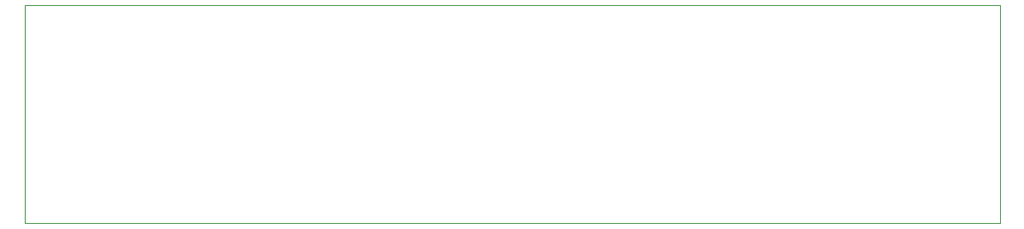
<source format=gbr>
G04 #@! TF.GenerationSoftware,KiCad,Pcbnew,5.1.2-f72e74a~84~ubuntu18.04.1*
G04 #@! TF.CreationDate,2019-12-04T15:30:54+01:00*
G04 #@! TF.ProjectId,RO4350B_proto,524f3433-3530-4425-9f70-726f746f2e6b,rev?*
G04 #@! TF.SameCoordinates,Original*
G04 #@! TF.FileFunction,Profile,NP*
%FSLAX46Y46*%
G04 Gerber Fmt 4.6, Leading zero omitted, Abs format (unit mm)*
G04 Created by KiCad (PCBNEW 5.1.2-f72e74a~84~ubuntu18.04.1) date 2019-12-04 15:30:54*
%MOMM*%
%LPD*%
G04 APERTURE LIST*
%ADD10C,0.050000*%
G04 APERTURE END LIST*
D10*
X68580000Y-115570000D02*
X68580000Y-109220000D01*
X165100000Y-115570000D02*
X68580000Y-115570000D01*
X165100000Y-93980000D02*
X165100000Y-115570000D01*
X68580000Y-93980000D02*
X165100000Y-93980000D01*
X68580000Y-109220000D02*
X68580000Y-93980000D01*
M02*

</source>
